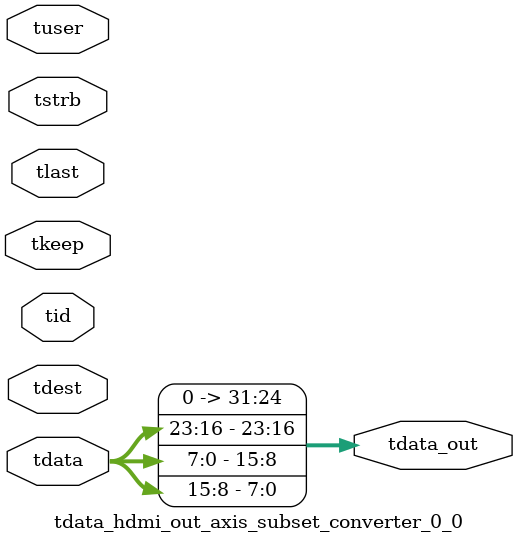
<source format=v>


`timescale 1ps/1ps

module tdata_hdmi_out_axis_subset_converter_0_0 #
(
parameter C_S_AXIS_TDATA_WIDTH = 32,
parameter C_S_AXIS_TUSER_WIDTH = 0,
parameter C_S_AXIS_TID_WIDTH   = 0,
parameter C_S_AXIS_TDEST_WIDTH = 0,
parameter C_M_AXIS_TDATA_WIDTH = 32
)
(
input  [(C_S_AXIS_TDATA_WIDTH == 0 ? 1 : C_S_AXIS_TDATA_WIDTH)-1:0     ] tdata,
input  [(C_S_AXIS_TUSER_WIDTH == 0 ? 1 : C_S_AXIS_TUSER_WIDTH)-1:0     ] tuser,
input  [(C_S_AXIS_TID_WIDTH   == 0 ? 1 : C_S_AXIS_TID_WIDTH)-1:0       ] tid,
input  [(C_S_AXIS_TDEST_WIDTH == 0 ? 1 : C_S_AXIS_TDEST_WIDTH)-1:0     ] tdest,
input  [(C_S_AXIS_TDATA_WIDTH/8)-1:0 ] tkeep,
input  [(C_S_AXIS_TDATA_WIDTH/8)-1:0 ] tstrb,
input                                                                    tlast,
output [C_M_AXIS_TDATA_WIDTH-1:0] tdata_out
);

assign tdata_out = {tdata[23:16],tdata[7:0],tdata[15:8]};

endmodule


</source>
